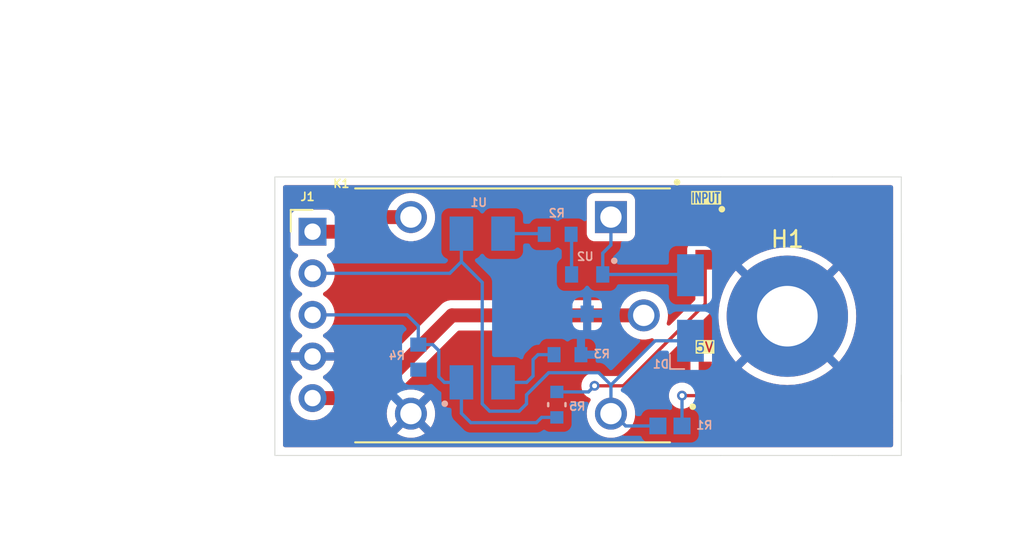
<source format=kicad_pcb>
(kicad_pcb (version 20240108) (generator "pcbnew") (generator_version "8.0")
  (layers (0 "F.Cu" signal) (31 "B.Cu" signal) (34 "B.Paste" user) (35 "F.Paste" user) (36 "B.SilkS" user "B.Silkscreen") (37 "F.SilkS" user "F.Silkscreen") (38 "B.Mask" user) (39 "F.Mask" user) (44 "Edge.Cuts" user))
  (net 0 "")
  (net 1 "/+5V")
  (net 2 "Net-(U2-C)")
  (net 3 "/GND")
  (net 4 "/RelayOut")
  (net 5 "/RelayIn")
  (net 6 "/GPIO")
  (net 7 "Net-(LED2-PadA)")
  (net 8 "Net-(LED1-A)")
  (net 9 "Net-(R2-Pad1)")
  (net 10 "Net-(U2-B)")
  (net 11 "Net-(R3-Pad2)")
  (net 12 "+5V")
  (net 13 "GND")
  (net 14 "Net-(R5-Pad1)")
  (footprint "CRCW060310K0DHEAP:RESC1508X50N" (layer "F.Cu") (at 158.75 106 90)
    (property "Reference" "R4" (hide yes))
    (property "Value" "10k")
    (pad "1" smd rect (at -0.765 0 90) (size 0.86 0.98) (layers "B.Cu" "B.Paste" "B.Mask") (net 3 "/GND"))
    (pad "2" smd rect (at 0.765 0 90) (size 0.86 0.98) (layers "B.Cu" "B.Paste" "B.Mask") (net 6 "/GPIO"))
  )
  (footprint "FOD817ASD:SOIC254P1016X385-4N" (layer "F.Cu") (at 162.65 103 90)
    (property "Reference" "U1" (hide yes))
    (property "Value" "FOD817ASD" (hide yes))
    (fp_circle (center -5.842 -2.286) (end -5.742 -2.286) (stroke (width 0.2)) (fill none) (layer "B.SilkS"))
    (pad "1" smd rect (at -4.54 -1.27 90) (size 2.09 1.44) (layers "B.Cu" "B.Paste" "B.Mask") (net 6 "/GPIO"))
    (pad "2" smd rect (at -4.54 1.27 90) (size 2.09 1.44) (layers "B.Cu" "B.Paste" "B.Mask") (net 11 "Net-(R3-Pad2)"))
    (pad "3" smd rect (at 4.54 1.27 90) (size 2.09 1.44) (layers "B.Cu" "B.Paste" "B.Mask") (net 14 "Net-(R5-Pad1)"))
    (pad "4" smd rect (at 4.54 -1.27 90) (size 2.09 1.44) (layers "B.Cu" "B.Paste" "B.Mask") (net 12 "+5V"))
  )
  (footprint "RS1M-13-F:SMA_DIO-M" (layer "F.Cu") (at 175.35 103 90)
    (property "Reference" "D1" (hide yes))
    (property "Value" "RS1M-13-F" (hide yes))
    (pad "1" smd rect (at -2 0 90) (size 2.5614 1.63) (layers "B.Cu" "B.Paste" "B.Mask") (net 12 "+5V"))
    (pad "2" smd rect (at 2 0 90) (size 2.5614 1.63) (layers "B.Cu" "B.Paste" "B.Mask") (net 2 "Net-(U2-C)"))
  )
  (footprint "AC0603JR-07100RL:RESC1608X55N" (layer "F.Cu") (at 167.25 98.5)
    (property "Reference" "R2" (hide yes))
    (property "Value" "100R")
    (pad "1" smd rect (at -0.82 0) (size 0.79 0.93) (layers "B.Cu" "B.Paste" "B.Mask") (net 9 "Net-(R2-Pad1)"))
    (pad "2" smd rect (at 0.82 0) (size 0.79 0.93) (layers "B.Cu" "B.Paste" "B.Mask") (net 10 "Net-(U2-B)"))
  )
  (footprint "1-1721150-0:RELAY_1-1721150-0" (layer "F.Cu") (at 164.5 103.45 -90)
    (property "Reference" "K1" (hide yes))
    (property "Value" "1-1721150-0" (hide yes))
    (fp_line (start -7.75 9.6) (end -7.75 -9.6) (stroke (width 0.127)) (layer "F.SilkS"))
    (fp_line (start 7.75 -9.6) (end 7.75 9.6) (stroke (width 0.127)) (layer "F.SilkS"))
    (fp_circle (center -8.128 -10.033) (end -8.028 -10.033) (stroke (width 0.2)) (fill none) (layer "F.SilkS"))
    (pad "1" thru_hole rect (at -6 -6 270) (size 1.95 1.95) (drill 1.3) (layers "*.Cu" "*.Mask") (net 2 "Net-(U2-C)"))
    (pad "2" thru_hole circle (at 0 -8 270) (size 1.95 1.95) (drill 1.3) (layers "*.Cu" "*.Mask") (net 4 "/RelayOut"))
    (pad "3" thru_hole circle (at 6 -6 270) (size 1.95 1.95) (drill 1.3) (layers "*.Cu" "*.Mask") (net 12 "+5V"))
    (pad "4" thru_hole circle (at 6 6.2 270) (size 1.95 1.95) (drill 1.3) (layers "*.Cu" "*.Mask") (net 13 "GND"))
    (pad "5" thru_hole circle (at -6 6.2 270) (size 1.95 1.95) (drill 1.3) (layers "*.Cu" "*.Mask") (net 5 "/RelayIn"))
  )
  (footprint "Connector_PinHeader_2.54mm:PinHeader_1x05_P2.54mm_Vertical" (layer "F.Cu") (at 152.3 98.34)
    (property "Reference" "J1" (hide yes))
    (property "Value" "Conn_01x05_Pin" (hide yes))
    (fp_line (start -1.33 -1.33) (end 0 -1.33) (stroke (width 0.12)) (layer "F.SilkS"))
    (fp_line (start -1.33 0) (end -1.33 -1.33) (stroke (width 0.12)) (layer "F.SilkS"))
    (pad "1" thru_hole rect (at 0 0) (size 1.7 1.7) (drill 1) (layers "*.Cu" "*.Mask") (net 5 "/RelayIn"))
    (pad "2" thru_hole oval (at 0 2.54) (size 1.7 1.7) (drill 1) (layers "*.Cu" "*.Mask") (net 12 "+5V"))
    (pad "3" thru_hole oval (at 0 5.08) (size 1.7 1.7) (drill 1) (layers "*.Cu" "*.Mask") (net 6 "/GPIO"))
    (pad "4" thru_hole oval (at 0 7.62) (size 1.7 1.7) (drill 1) (layers "*.Cu" "*.Mask") (net 13 "GND"))
    (pad "5" thru_hole oval (at 0 10.16) (size 1.7 1.7) (drill 1) (layers "*.Cu" "*.Mask") (net 4 "/RelayOut"))
  )
  (footprint "RC0603FR-07330RL:RESC1607X60N" (layer "F.Cu") (at 174.1 110.2 180)
    (property "Reference" "R1" (hide yes))
    (property "Value" "330R")
    (pad "1" smd rect (at -0.735 0 180) (size 1.04 1.02) (layers "B.Cu" "B.Paste" "B.Mask") (net 8 "Net-(LED1-A)"))
    (pad "2" smd rect (at 0.735 0 180) (size 1.04 1.02) (layers "B.Cu" "B.Paste" "B.Mask") (net 1 "/+5V"))
  )
  (footprint "AC0603JR-07100RL:RESC1608X55N" (layer "F.Cu") (at 167.85 105.85 180)
    (property "Reference" "R3" (hide yes))
    (property "Value" "100R")
    (pad "1" smd rect (at -0.82 0 180) (size 0.79 0.93) (layers "B.Cu" "B.Paste" "B.Mask") (net 13 "GND"))
    (pad "2" smd rect (at 0.82 0 180) (size 0.79 0.93) (layers "B.Cu" "B.Paste" "B.Mask") (net 11 "Net-(R3-Pad2)"))
  )
  (footprint "FMMT634QTA:VREG_XC6206P282MR-G" (layer "F.Cu") (at 169.05 102.15 -90)
    (property "Reference" "U2" (hide yes))
    (property "Value" "FMMT634QTA" (hide yes))
    (fp_circle (center -2.032 -1.651) (end -1.932 -1.651) (stroke (width 0.2)) (fill none) (layer "B.SilkS"))
    (pad "1" smd rect (at -1.2 -0.95 270) (size 1 0.8) (layers "B.Cu" "B.Paste" "B.Mask") (net 2 "Net-(U2-C)"))
    (pad "2" smd rect (at -1.2 0.95 270) (size 1 0.8) (layers "B.Cu" "B.Paste" "B.Mask") (net 10 "Net-(U2-B)"))
    (pad "3" smd rect (at 1.2 0 270) (size 1 0.8) (layers "B.Cu" "B.Paste" "B.Mask") (net 13 "GND"))
  )
  (footprint "HSMG-C170:LED_HSMS-C170" (layer "F.Cu") (at 176.25 99 -90)
    (property "Reference" "LED2" (hide yes))
    (property "Value" "HSMG-C170" (hide yes))
    (fp_circle (center -2.032 -1.016) (end -1.932 -1.016) (stroke (width 0.2)) (fill none) (layer "F.SilkS"))
    (pad "A" smd rect (at 1.05 0 270) (size 1.2 1.2) (layers "F.Cu" "F.Paste" "F.Mask") (net 7 "Net-(LED2-PadA)"))
    (pad "C" smd rect (at -1.05 0 270) (size 1.2 1.2) (layers "F.Cu" "F.Paste" "F.Mask") (net 3 "/GND"))
  )
  (footprint "MountingHole:MountingHole_3.7mm_Pad" (layer "F.Cu") (at 181.26 103.5)
    (property "Reference" "H1" (at 0 -4.7 0) (layer "F.SilkS"))
    (property "Value" "MountingHole_Pad" (hide yes))
    (pad "1" thru_hole circle (at 0 0) (size 7.4 7.4) (drill 3.7) (layers "*.Cu" "*.Mask") (net 13 "GND"))
  )
  (footprint "SML-D12:LED_SML-D12V1WT86" (layer "F.Cu") (at 176.25 107.5 90)
    (property "Reference" "LED1" (hide yes))
    (property "Value" "LED" (hide yes))
    (fp_circle (center -1.524 -0.762) (end -1.424 -0.762) (stroke (width 0.2)) (fill none) (layer "F.SilkS"))
    (pad "1" smd rect (at 0.825 0 90) (size 0.8 0.8) (layers "F.Cu" "F.Paste" "F.Mask") (net 3 "/GND"))
    (pad "2" smd rect (at -0.825 0 90) (size 0.8 0.8) (layers "F.Cu" "F.Paste" "F.Mask") (net 8 "Net-(LED1-A)"))
  )
  (footprint "footprints68R:RC0603N_PAN" (layer "B.Cu") (at 167.2 108.9 90)
    (property "Reference" "REF**" (hide yes))
    (property "Value" "RC0603N_PAN" (hide yes))
    (fp_line (start 0.092449 -0.526999) (end -0.092449 -0.526999) (stroke (width 0.1524)) (layer "B.SilkS"))
    (fp_line (start -0.092449 0.526999) (end 0.092449 0.526999) (stroke (width 0.1524)) (layer "B.SilkS"))
    (pad "1" smd rect (at -0.777799 0 90) (size 0.755599 0.799998) (layers "B.Cu" "B.Paste" "B.Mask") (net 6 "/GPIO"))
    (pad "2" smd rect (at 0.777799 0 90) (size 0.755599 0.799998) (layers "B.Cu" "B.Paste" "B.Mask") (net 7 "Net-(LED2-PadA)"))
    (zone (net 0) (net_name "") (layer "B.Cu") (connect_pads (clearance 0)) (min_thickness 0.254)
      (keepout (tracks not_allowed) (vias not_allowed) (pads allowed) (copperpour not_allowed) (footprints allowed))
      (fill (thermal_gap 0.508) (thermal_bridge_width 0.508))
      (polygon (pts (xy 167.549199 109.249199) (xy 167.549199 108.550801) (xy 166.850801 108.550801) (xy 166.850801 109.249199)))
    )
  )
  (gr_line (start 174.1 106.725) (end 174.1 105.85) (stroke (width 0.1)) (layer "B.SilkS"))
  (gr_line (start 174.975 106.725) (end 174.125 106.725) (stroke (width 0.1)) (layer "B.SilkS"))
  (gr_line (start 184 112) (end 185.6 112) (stroke (width 0.05)) (layer "Edge.Cuts"))
  (gr_line (start 177.2 95) (end 184 95) (stroke (width 0.05)) (layer "Edge.Cuts"))
  (gr_line (start 188.21 107.08) (end 188.21 108.7) (stroke (width 0.05)) (layer "Edge.Cuts"))
  (gr_line (start 188.209479 95) (end 188.21 112) (stroke (width 0.05)) (layer "Edge.Cuts"))
  (gr_line (start 150 112) (end 177.2 112) (stroke (width 0.05)) (layer "Edge.Cuts"))
  (gr_line (start 177.2 112) (end 184 112) (stroke (width 0.05)) (layer "Edge.Cuts"))
  (gr_line (start 184 95) (end 188.209479 95) (stroke (width 0.05)) (layer "Edge.Cuts"))
  (gr_line (start 185.6 112) (end 188.21 112) (stroke (width 0.05)) (layer "Edge.Cuts"))
  (gr_line (start 150 95) (end 177.2 95) (stroke (width 0.05)) (layer "Edge.Cuts"))
  (gr_line (start 150 95) (end 150 112) (stroke (width 0.05)) (layer "Edge.Cuts"))
  (gr_text "R2" (at 167.75 97.5 0) (layer "B.SilkS") (effects (font (size 0.5 0.5) (thickness 0.1) (bold yes)) (justify left bottom mirror)))
  (gr_text "R1" (at 176.75 110.45 0) (layer "B.SilkS") (effects (font (size 0.5 0.5) (thickness 0.1) (bold yes)) (justify left bottom mirror)))
  (gr_text "U2" (at 169.5 100.15 0) (layer "B.SilkS") (effects (font (size 0.5 0.5) (thickness 0.1) (bold yes)) (justify left bottom mirror)))
  (gr_text "R4" (at 158 106.2 0) (layer "B.SilkS") (effects (font (size 0.5 0.5) (thickness 0.1) (bold yes)) (justify left bottom mirror)))
  (gr_text "D1" (at 174.1 106.725 0) (layer "B.SilkS") (effects (font (size 0.5 0.5) (thickness 0.1) (bold yes)) (justify left bottom mirror)))
  (gr_text "R5" (at 169 109.3 0) (layer "B.SilkS") (effects (font (size 0.5 0.5) (thickness 0.1) (bold yes)) (justify left bottom mirror)))
  (gr_text "U1" (at 163 96.85 0) (layer "B.SilkS") (effects (font (size 0.5 0.5) (thickness 0.1) (bold yes)) (justify left bottom mirror)))
  (gr_text "R3" (at 170.5 106.1 0) (layer "B.SilkS") (effects (font (size 0.5 0.5) (thickness 0.1) (bold yes)) (justify left bottom mirror)))
  (gr_text "J1" (at 151.5 96.5 0) (layer "F.SilkS") (effects (font (size 0.5 0.5) (thickness 0.1) (bold yes)) (justify left bottom)))
  (gr_text "5V" (at 175.6 105.75 0) (layer "F.SilkS" knockout) (effects (font (size 0.6 0.6) (thickness 0.1) (bold yes)) (justify left bottom)))
  (gr_text "K1" (at 153.5 95.7 0) (layer "F.SilkS") (effects (font (size 0.5 0.5) (thickness 0.1) (bold yes)) (justify left bottom)))
  (gr_text "INPUT" (at 175.35 96.65 0) (layer "F.SilkS" knockout) (effects (font (size 0.6 0.4) (thickness 0.1) (bold yes)) (justify left bottom)))
  (segment (start 173.2 105) (end 175.35 105) (width 0.2) (layer "B.Cu") (net 1))
  (segment (start 164.9 109.3) (end 163.1 109.3) (width 0.2) (layer "B.Cu") (net 1))
  (segment (start 163.1 109.3) (end 162.65 108.85) (width 0.2) (layer "B.Cu") (net 1))
  (segment (start 171.4 110.2) (end 170.65 109.45) (width 0.2) (layer "B.Cu") (net 1))
  (segment (start 170.65 109.45) (end 170.5 109.45) (width 0.2) (layer "B.Cu") (net 1))
  (segment (start 162.65 101.44) (end 161.38 100.17) (width 0.2) (layer "B.Cu") (net 1))
  (segment (start 162.65 108.85) (end 162.65 101.44) (width 0.2) (layer "B.Cu") (net 1))
  (segment (start 170.5 109.45) (end 170.5 107.7) (width 0.2) (layer "B.Cu") (net 1))
  (segment (start 170.5 107.7) (end 173.2 105) (width 0.2) (layer "B.Cu") (net 1))
  (segment (start 160.67 100.88) (end 161.38 100.17) (width 0.2) (layer "B.Cu") (net 1))
  (segment (start 165.35 108.3) (end 165.35 108.85) (width 0.2) (layer "B.Cu") (net 1))
  (segment (start 165.35 108.85) (end 164.9 109.3) (width 0.2) (layer "B.Cu") (net 1))
  (segment (start 173.365 110.2) (end 171.4 110.2) (width 0.2) (layer "B.Cu") (net 1))
  (segment (start 169.75 106.95) (end 166.7 106.95) (width 0.2) (layer "B.Cu") (net 1))
  (segment (start 170.5 107.7) (end 169.75 106.95) (width 0.2) (layer "B.Cu") (net 1))
  (segment (start 166.7 106.95) (end 165.35 108.3) (width 0.2) (layer "B.Cu") (net 1))
  (segment (start 161.38 100.17) (end 161.38 98.46) (width 0.2) (layer "B.Cu") (net 1))
  (segment (start 152.3 100.88) (end 160.67 100.88) (width 0.2) (layer "B.Cu") (net 1))
  (segment (start 170 100.95) (end 170 99.65) (width 0.2) (layer "B.Cu") (net 2))
  (segment (start 170 99.65) (end 170.5 99.15) (width 0.2) (layer "B.Cu") (net 2))
  (segment (start 175.3 100.95) (end 175.35 101) (width 0.2) (layer "B.Cu") (net 2))
  (segment (start 170 100.95) (end 175.3 100.95) (width 0.2) (layer "B.Cu") (net 2))
  (segment (start 170.5 99.15) (end 170.5 97.45) (width 0.2) (layer "B.Cu") (net 2))
  (segment (start 152.3 108.5) (end 155.75 108.5) (width 0.85) (layer "F.Cu") (net 4))
  (segment (start 160.8 103.45) (end 172.5 103.45) (width 0.85) (layer "F.Cu") (net 4))
  (segment (start 155.75 108.5) (end 160.8 103.45) (width 0.85) (layer "F.Cu") (net 4))
  (segment (start 158.3 97.45) (end 155.95 97.45) (width 0.85) (layer "F.Cu") (net 5))
  (segment (start 155.06 98.34) (end 152.3 98.34) (width 0.85) (layer "F.Cu") (net 5))
  (segment (start 155.95 97.45) (end 155.06 98.34) (width 0.85) (layer "F.Cu") (net 5))
  (segment (start 167.1484 109.677799) (end 166.272201 109.677799) (width 0.2) (layer "B.Cu") (net 6))
  (segment (start 161.95 110) (end 161.38 109.43) (width 0.2) (layer "B.Cu") (net 6))
  (segment (start 165.95 110) (end 161.95 110) (width 0.2) (layer "B.Cu") (net 6))
  (segment (start 158.75 105.235) (end 158.75 104.1) (width 0.2) (layer "B.Cu") (net 6))
  (segment (start 166.272201 109.677799) (end 165.95 110) (width 0.2) (layer "B.Cu") (net 6))
  (segment (start 160.34 107.54) (end 161.38 107.54) (width 0.2) (layer "B.Cu") (net 6))
  (segment (start 167.25 109.779399) (end 167.1484 109.677799) (width 0.2) (layer "B.Cu") (net 6))
  (segment (start 158.07 103.42) (end 152.3 103.42) (width 0.2) (layer "B.Cu") (net 6))
  (segment (start 160 107.2) (end 160.34 107.54) (width 0.2) (layer "B.Cu") (net 6))
  (segment (start 158.75 105.235) (end 159.635 105.235) (width 0.2) (layer "B.Cu") (net 6))
  (segment (start 159.635 105.235) (end 160 105.6) (width 0.2) (layer "B.Cu") (net 6))
  (segment (start 161.38 109.43) (end 161.38 107.54) (width 0.2) (layer "B.Cu") (net 6))
  (segment (start 158.75 104.1) (end 158.07 103.42) (width 0.2) (layer "B.Cu") (net 6))
  (segment (start 160 105.6) (end 160 107.2) (width 0.2) (layer "B.Cu") (net 6))
  (segment (start 171.25 107.75) (end 176.25 102.75) (width 0.2) (layer "F.Cu") (net 7))
  (segment (start 169.5 107.75) (end 171.25 107.75) (width 0.2) (layer "F.Cu") (net 7))
  (segment (start 176.25 102.75) (end 176.25 100.05) (width 0.2) (layer "F.Cu") (net 7))
  (via (at 169.5 107.75) (size 0.6) (drill 0.3) (layers "F.Cu" "B.Cu") (net 7))
  (segment (start 169.127799 108.122201) (end 169.5 107.75) (width 0.2) (layer "B.Cu") (net 7))
  (segment (start 167.3516 108.122201) (end 169.127799 108.122201) (width 0.2) (layer "B.Cu") (net 7))
  (segment (start 167.25 108.020601) (end 167.3516 108.122201) (width 0.2) (layer "B.Cu") (net 7))
  (segment (start 174.835 108.35) (end 176.225 108.35) (width 0.2) (layer "F.Cu") (net 8))
  (segment (start 176.225 108.35) (end 176.25 108.325) (width 0.2) (layer "F.Cu") (net 8))
  (via (at 174.835 108.35) (size 0.6) (drill 0.3) (layers "F.Cu" "B.Cu") (net 8))
  (segment (start 174.835 108.35) (end 174.835 110.2) (width 0.2) (layer "B.Cu") (net 8))
  (segment (start 166.39 98.46) (end 166.43 98.5) (width 0.2) (layer "B.Cu") (net 9))
  (segment (start 163.92 98.46) (end 166.39 98.46) (width 0.2) (layer "B.Cu") (net 9))
  (segment (start 168.1 100.95) (end 168.1 98.53) (width 0.2) (layer "B.Cu") (net 10))
  (segment (start 168.1 98.53) (end 168.07 98.5) (width 0.2) (layer "B.Cu") (net 10))
  (segment (start 165.75 107.15) (end 165.75 106.15) (width 0.2) (layer "B.Cu") (net 11))
  (segment (start 165.75 106.15) (end 166.05 105.85) (width 0.2) (layer "B.Cu") (net 11))
  (segment (start 163.92 107.54) (end 165.36 107.54) (width 0.2) (layer "B.Cu") (net 11))
  (segment (start 166.05 105.85) (end 167.03 105.85) (width 0.2) (layer "B.Cu") (net 11))
  (segment (start 165.36 107.54) (end 165.75 107.15) (width 0.2) (layer "B.Cu") (net 11))
  (segment (start 181.26 103.58) (end 184.52 103.58) (width 0.2) (layer "F.Cu") (net 13))
  (segment (start 184.52 103.58) (end 184.7 103.4) (width 0.2) (layer "F.Cu") (net 13))
  (zone (net 13) (net_name "GND") (layer "F.Cu") (connect_pads (clearance 0.5)) (min_thickness 0.25) (fill yes (thermal_gap 0.5) (thermal_bridge_width 0.5))
    (polygon (pts (xy 150 95) (xy 177.25 95) (xy 188.2 95) (xy 188.2 100) (xy 188.2 107) (xy 188.2 112) (xy 177.25 112) (xy 150 112)))
  )
  (zone (net 13) (net_name "GND") (layer "B.Cu") (priority 1) (connect_pads (clearance 0.5)) (min_thickness 0.25) (fill yes (thermal_gap 0.5) (thermal_bridge_width 0.5))
    (polygon (pts (xy 150 95) (xy 177.25 95) (xy 188.2 95) (xy 188.2 100) (xy 188.2 107) (xy 188.2 112) (xy 177.25 112) (xy 150 112)))
  )
)
</source>
